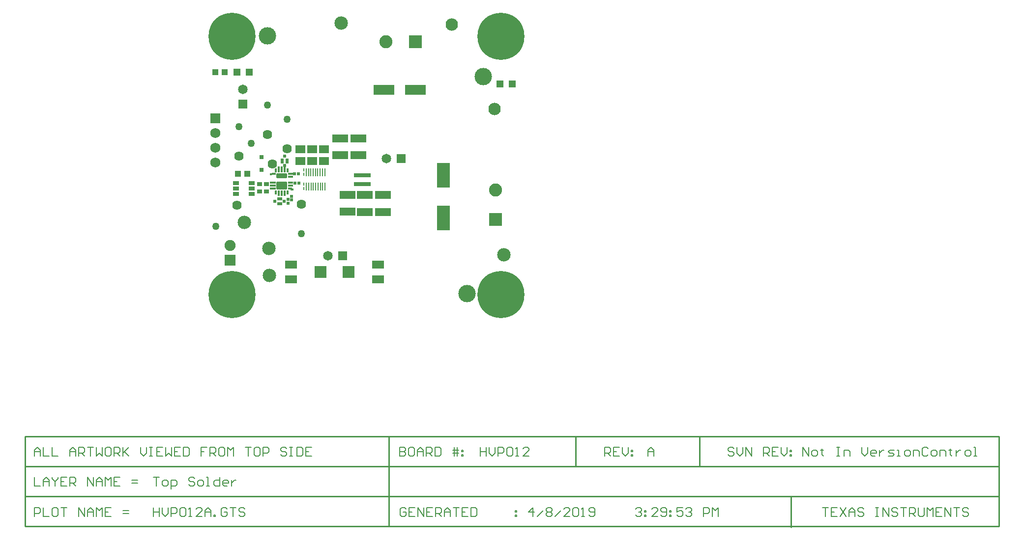
<source format=gts>
G04*
G04 #@! TF.GenerationSoftware,Altium Limited,Altium Designer,18.1.9 (240)*
G04*
G04 Layer_Color=8388736*
%FSAX25Y25*%
%MOIN*%
G70*
G01*
G75*
%ADD16C,0.01000*%
%ADD17C,0.00800*%
%ADD39R,0.01968X0.01968*%
%ADD42O,0.00709X0.05362*%
%ADD43O,0.00709X0.02205*%
%ADD51R,0.01300X0.01700*%
%ADD52R,0.01700X0.01300*%
%ADD53R,0.02000X0.01300*%
G04:AMPARAMS|DCode=54|XSize=33.47mil|YSize=70.87mil|CornerRadius=3.89mil|HoleSize=0mil|Usage=FLASHONLY|Rotation=90.000|XOffset=0mil|YOffset=0mil|HoleType=Round|Shape=RoundedRectangle|*
%AMROUNDEDRECTD54*
21,1,0.03347,0.06309,0,0,90.0*
21,1,0.02569,0.07087,0,0,90.0*
1,1,0.00778,0.03155,0.01284*
1,1,0.00778,0.03155,-0.01284*
1,1,0.00778,-0.03155,-0.01284*
1,1,0.00778,-0.03155,0.01284*
%
%ADD54ROUNDEDRECTD54*%
G04:AMPARAMS|DCode=55|XSize=51.18mil|YSize=70.87mil|CornerRadius=3.86mil|HoleSize=0mil|Usage=FLASHONLY|Rotation=90.000|XOffset=0mil|YOffset=0mil|HoleType=Round|Shape=RoundedRectangle|*
%AMROUNDEDRECTD55*
21,1,0.05118,0.06315,0,0,90.0*
21,1,0.04347,0.07087,0,0,90.0*
1,1,0.00772,0.03158,0.02173*
1,1,0.00772,0.03158,-0.02173*
1,1,0.00772,-0.03158,-0.02173*
1,1,0.00772,-0.03158,0.02173*
%
%ADD55ROUNDEDRECTD55*%
G04:AMPARAMS|DCode=56|XSize=13.78mil|YSize=27.56mil|CornerRadius=3.94mil|HoleSize=0mil|Usage=FLASHONLY|Rotation=90.000|XOffset=0mil|YOffset=0mil|HoleType=Round|Shape=RoundedRectangle|*
%AMROUNDEDRECTD56*
21,1,0.01378,0.01968,0,0,90.0*
21,1,0.00591,0.02756,0,0,90.0*
1,1,0.00787,0.00984,0.00295*
1,1,0.00787,0.00984,-0.00295*
1,1,0.00787,-0.00984,-0.00295*
1,1,0.00787,-0.00984,0.00295*
%
%ADD56ROUNDEDRECTD56*%
G04:AMPARAMS|DCode=57|XSize=13.78mil|YSize=27.56mil|CornerRadius=3.94mil|HoleSize=0mil|Usage=FLASHONLY|Rotation=0.000|XOffset=0mil|YOffset=0mil|HoleType=Round|Shape=RoundedRectangle|*
%AMROUNDEDRECTD57*
21,1,0.01378,0.01968,0,0,0.0*
21,1,0.00591,0.02756,0,0,0.0*
1,1,0.00787,0.00295,-0.00984*
1,1,0.00787,-0.00295,-0.00984*
1,1,0.00787,-0.00295,0.00984*
1,1,0.00787,0.00295,0.00984*
%
%ADD57ROUNDEDRECTD57*%
%ADD58R,0.11024X0.05512*%
%ADD59R,0.01968X0.01968*%
%ADD60R,0.03543X0.01968*%
%ADD61R,0.06694X0.05394*%
%ADD62R,0.14173X0.06693*%
%ADD63R,0.04331X0.04134*%
%ADD64R,0.01968X0.03543*%
%ADD65R,0.09055X0.16929*%
%ADD66R,0.02756X0.02756*%
%ADD67R,0.05118X0.05118*%
%ADD68C,0.11811*%
%ADD69R,0.03543X0.02756*%
%ADD70R,0.02191X0.02034*%
%ADD71R,0.11221X0.02953*%
%ADD72R,0.02034X0.02191*%
%ADD73R,0.07874X0.05512*%
%ADD74R,0.07874X0.08268*%
G04:AMPARAMS|DCode=75|XSize=27.56mil|YSize=43.31mil|CornerRadius=3.98mil|HoleSize=0mil|Usage=FLASHONLY|Rotation=90.000|XOffset=0mil|YOffset=0mil|HoleType=Round|Shape=RoundedRectangle|*
%AMROUNDEDRECTD75*
21,1,0.02756,0.03535,0,0,90.0*
21,1,0.01961,0.04331,0,0,90.0*
1,1,0.00795,0.01768,0.00980*
1,1,0.00795,0.01768,-0.00980*
1,1,0.00795,-0.01768,-0.00980*
1,1,0.00795,-0.01768,0.00980*
%
%ADD75ROUNDEDRECTD75*%
%ADD76C,0.04994*%
%ADD77C,0.06394*%
%ADD78C,0.31890*%
%ADD79R,0.07480X0.07480*%
%ADD80C,0.07480*%
%ADD81R,0.08858X0.08858*%
%ADD82C,0.08858*%
%ADD83C,0.06496*%
%ADD84R,0.06496X0.06496*%
%ADD85C,0.06890*%
%ADD86R,0.06890X0.06890*%
%ADD87R,0.08858X0.08858*%
%ADD88R,0.06496X0.06496*%
%ADD89C,0.09094*%
%ADD90C,0.08394*%
%ADD91C,0.02362*%
G54D16*
X0497200Y0080717D02*
Y0101050D01*
X0413200Y0080717D02*
Y0101050D01*
X0040000Y0080717D02*
X0700200D01*
X0040000Y0060383D02*
X0700000D01*
X0040000Y0040050D02*
X0440500D01*
X0040050Y0101050D02*
X0700200D01*
X0040050Y0040050D02*
Y0101050D01*
Y0040050D02*
X0197600D01*
X0040000D02*
Y0101050D01*
X0286500Y0040050D02*
Y0101050D01*
X0700200Y0040050D02*
Y0101050D01*
X0440500Y0040050D02*
X0700200D01*
X0559400Y0039400D02*
Y0059683D01*
G54D17*
X0126900Y0073549D02*
X0130899D01*
X0128899D01*
Y0067551D01*
X0133898D02*
X0135897D01*
X0136897Y0068550D01*
Y0070550D01*
X0135897Y0071549D01*
X0133898D01*
X0132898Y0070550D01*
Y0068550D01*
X0133898Y0067551D01*
X0138896Y0065551D02*
Y0071549D01*
X0141895D01*
X0142895Y0070550D01*
Y0068550D01*
X0141895Y0067551D01*
X0138896D01*
X0154891Y0072549D02*
X0153891Y0073549D01*
X0151892D01*
X0150892Y0072549D01*
Y0071549D01*
X0151892Y0070550D01*
X0153891D01*
X0154891Y0069550D01*
Y0068550D01*
X0153891Y0067551D01*
X0151892D01*
X0150892Y0068550D01*
X0157890Y0067551D02*
X0159889D01*
X0160889Y0068550D01*
Y0070550D01*
X0159889Y0071549D01*
X0157890D01*
X0156890Y0070550D01*
Y0068550D01*
X0157890Y0067551D01*
X0162888D02*
X0164888D01*
X0163888D01*
Y0073549D01*
X0162888D01*
X0171885D02*
Y0067551D01*
X0168886D01*
X0167887Y0068550D01*
Y0070550D01*
X0168886Y0071549D01*
X0171885D01*
X0176884Y0067551D02*
X0174884D01*
X0173885Y0068550D01*
Y0070550D01*
X0174884Y0071549D01*
X0176884D01*
X0177884Y0070550D01*
Y0069550D01*
X0173885D01*
X0179883Y0071549D02*
Y0067551D01*
Y0069550D01*
X0180883Y0070550D01*
X0181882Y0071549D01*
X0182882D01*
X0126900Y0073549D02*
X0130899D01*
X0128899D01*
Y0067551D01*
X0133898D02*
X0135897D01*
X0136897Y0068550D01*
Y0070550D01*
X0135897Y0071549D01*
X0133898D01*
X0132898Y0070550D01*
Y0068550D01*
X0133898Y0067551D01*
X0138896Y0065551D02*
Y0071549D01*
X0141895D01*
X0142895Y0070550D01*
Y0068550D01*
X0141895Y0067551D01*
X0138896D01*
X0154891Y0072549D02*
X0153891Y0073549D01*
X0151892D01*
X0150892Y0072549D01*
Y0071549D01*
X0151892Y0070550D01*
X0153891D01*
X0154891Y0069550D01*
Y0068550D01*
X0153891Y0067551D01*
X0151892D01*
X0150892Y0068550D01*
X0157890Y0067551D02*
X0159889D01*
X0160889Y0068550D01*
Y0070550D01*
X0159889Y0071549D01*
X0157890D01*
X0156890Y0070550D01*
Y0068550D01*
X0157890Y0067551D01*
X0162888D02*
X0164888D01*
X0163888D01*
Y0073549D01*
X0162888D01*
X0171885D02*
Y0067551D01*
X0168886D01*
X0167887Y0068550D01*
Y0070550D01*
X0168886Y0071549D01*
X0171885D01*
X0176884Y0067551D02*
X0174884D01*
X0173885Y0068550D01*
Y0070550D01*
X0174884Y0071549D01*
X0176884D01*
X0177884Y0070550D01*
Y0069550D01*
X0173885D01*
X0179883Y0071549D02*
Y0067551D01*
Y0069550D01*
X0180883Y0070550D01*
X0181882Y0071549D01*
X0182882D01*
X0567400Y0087833D02*
Y0093831D01*
X0571399Y0087833D01*
Y0093831D01*
X0574398Y0087833D02*
X0576397D01*
X0577397Y0088833D01*
Y0090832D01*
X0576397Y0091832D01*
X0574398D01*
X0573398Y0090832D01*
Y0088833D01*
X0574398Y0087833D01*
X0580396Y0092832D02*
Y0091832D01*
X0579396D01*
X0581395D01*
X0580396D01*
Y0088833D01*
X0581395Y0087833D01*
X0590393Y0093831D02*
X0592392D01*
X0591392D01*
Y0087833D01*
X0590393D01*
X0592392D01*
X0595391D02*
Y0091832D01*
X0598390D01*
X0599390Y0090832D01*
Y0087833D01*
X0607387Y0093831D02*
Y0089833D01*
X0609386Y0087833D01*
X0611386Y0089833D01*
Y0093831D01*
X0616384Y0087833D02*
X0614385D01*
X0613385Y0088833D01*
Y0090832D01*
X0614385Y0091832D01*
X0616384D01*
X0617384Y0090832D01*
Y0089833D01*
X0613385D01*
X0619383Y0091832D02*
Y0087833D01*
Y0089833D01*
X0620383Y0090832D01*
X0621383Y0091832D01*
X0622382D01*
X0625381Y0087833D02*
X0628380D01*
X0629380Y0088833D01*
X0628380Y0089833D01*
X0626381D01*
X0625381Y0090832D01*
X0626381Y0091832D01*
X0629380D01*
X0631379Y0087833D02*
X0633379D01*
X0632379D01*
Y0091832D01*
X0631379D01*
X0637377Y0087833D02*
X0639377D01*
X0640376Y0088833D01*
Y0090832D01*
X0639377Y0091832D01*
X0637377D01*
X0636378Y0090832D01*
Y0088833D01*
X0637377Y0087833D01*
X0642376D02*
Y0091832D01*
X0645375D01*
X0646374Y0090832D01*
Y0087833D01*
X0652373Y0092832D02*
X0651373Y0093831D01*
X0649373D01*
X0648374Y0092832D01*
Y0088833D01*
X0649373Y0087833D01*
X0651373D01*
X0652373Y0088833D01*
X0655372Y0087833D02*
X0657371D01*
X0658371Y0088833D01*
Y0090832D01*
X0657371Y0091832D01*
X0655372D01*
X0654372Y0090832D01*
Y0088833D01*
X0655372Y0087833D01*
X0660370D02*
Y0091832D01*
X0663369D01*
X0664369Y0090832D01*
Y0087833D01*
X0667368Y0092832D02*
Y0091832D01*
X0666368D01*
X0668367D01*
X0667368D01*
Y0088833D01*
X0668367Y0087833D01*
X0671366Y0091832D02*
Y0087833D01*
Y0089833D01*
X0672366Y0090832D01*
X0673366Y0091832D01*
X0674365D01*
X0678364Y0087833D02*
X0680364D01*
X0681363Y0088833D01*
Y0090832D01*
X0680364Y0091832D01*
X0678364D01*
X0677364Y0090832D01*
Y0088833D01*
X0678364Y0087833D01*
X0683362D02*
X0685362D01*
X0684362D01*
Y0093831D01*
X0683362D01*
X0520799Y0092832D02*
X0519799Y0093831D01*
X0517800D01*
X0516800Y0092832D01*
Y0091832D01*
X0517800Y0090832D01*
X0519799D01*
X0520799Y0089833D01*
Y0088833D01*
X0519799Y0087833D01*
X0517800D01*
X0516800Y0088833D01*
X0522798Y0093831D02*
Y0089833D01*
X0524797Y0087833D01*
X0526797Y0089833D01*
Y0093831D01*
X0528796Y0087833D02*
Y0093831D01*
X0532795Y0087833D01*
Y0093831D01*
X0540792Y0087833D02*
Y0093831D01*
X0543791D01*
X0544791Y0092832D01*
Y0090832D01*
X0543791Y0089833D01*
X0540792D01*
X0542792D02*
X0544791Y0087833D01*
X0550789Y0093831D02*
X0546790D01*
Y0087833D01*
X0550789D01*
X0546790Y0090832D02*
X0548790D01*
X0552788Y0093831D02*
Y0089833D01*
X0554788Y0087833D01*
X0556787Y0089833D01*
Y0093831D01*
X0558786Y0091832D02*
X0559786D01*
Y0090832D01*
X0558786D01*
Y0091832D01*
Y0088833D02*
X0559786D01*
Y0087833D01*
X0558786D01*
Y0088833D01*
X0433000Y0087833D02*
Y0093831D01*
X0435999D01*
X0436999Y0092832D01*
Y0090832D01*
X0435999Y0089833D01*
X0433000D01*
X0434999D02*
X0436999Y0087833D01*
X0442997Y0093831D02*
X0438998D01*
Y0087833D01*
X0442997D01*
X0438998Y0090832D02*
X0440997D01*
X0444996Y0093831D02*
Y0089833D01*
X0446995Y0087833D01*
X0448995Y0089833D01*
Y0093831D01*
X0450994Y0091832D02*
X0451994D01*
Y0090832D01*
X0450994D01*
Y0091832D01*
Y0088833D02*
X0451994D01*
Y0087833D01*
X0450994D01*
Y0088833D01*
X0126900Y0052965D02*
Y0046966D01*
Y0049966D01*
X0130899D01*
Y0052965D01*
Y0046966D01*
X0132898Y0052965D02*
Y0048966D01*
X0134897Y0046966D01*
X0136897Y0048966D01*
Y0052965D01*
X0138896Y0046966D02*
Y0052965D01*
X0141895D01*
X0142895Y0051965D01*
Y0049966D01*
X0141895Y0048966D01*
X0138896D01*
X0144894Y0051965D02*
X0145894Y0052965D01*
X0147893D01*
X0148893Y0051965D01*
Y0047966D01*
X0147893Y0046966D01*
X0145894D01*
X0144894Y0047966D01*
Y0051965D01*
X0150892Y0046966D02*
X0152892D01*
X0151892D01*
Y0052965D01*
X0150892Y0051965D01*
X0159889Y0046966D02*
X0155891D01*
X0159889Y0050965D01*
Y0051965D01*
X0158890Y0052965D01*
X0156890D01*
X0155891Y0051965D01*
X0161889Y0046966D02*
Y0050965D01*
X0163888Y0052965D01*
X0165887Y0050965D01*
Y0046966D01*
Y0049966D01*
X0161889D01*
X0167887Y0046966D02*
Y0047966D01*
X0168886D01*
Y0046966D01*
X0167887D01*
X0176884Y0051965D02*
X0175884Y0052965D01*
X0173885D01*
X0172885Y0051965D01*
Y0047966D01*
X0173885Y0046966D01*
X0175884D01*
X0176884Y0047966D01*
Y0049966D01*
X0174884D01*
X0178883Y0052965D02*
X0182882D01*
X0180883D01*
Y0046966D01*
X0188880Y0051965D02*
X0187880Y0052965D01*
X0185881D01*
X0184881Y0051965D01*
Y0050965D01*
X0185881Y0049966D01*
X0187880D01*
X0188880Y0048966D01*
Y0047966D01*
X0187880Y0046966D01*
X0185881D01*
X0184881Y0047966D01*
X0384149Y0046966D02*
Y0052965D01*
X0381150Y0049966D01*
X0385149D01*
X0387148Y0046966D02*
X0391147Y0050965D01*
X0393146Y0051965D02*
X0394146Y0052965D01*
X0396145D01*
X0397145Y0051965D01*
Y0050965D01*
X0396145Y0049966D01*
X0397145Y0048966D01*
Y0047966D01*
X0396145Y0046966D01*
X0394146D01*
X0393146Y0047966D01*
Y0048966D01*
X0394146Y0049966D01*
X0393146Y0050965D01*
Y0051965D01*
X0394146Y0049966D02*
X0396145D01*
X0399144Y0046966D02*
X0403143Y0050965D01*
X0409141Y0046966D02*
X0405142D01*
X0409141Y0050965D01*
Y0051965D01*
X0408141Y0052965D01*
X0406142D01*
X0405142Y0051965D01*
X0411140D02*
X0412140Y0052965D01*
X0414139D01*
X0415139Y0051965D01*
Y0047966D01*
X0414139Y0046966D01*
X0412140D01*
X0411140Y0047966D01*
Y0051965D01*
X0417138Y0046966D02*
X0419138D01*
X0418138D01*
Y0052965D01*
X0417138Y0051965D01*
X0422137Y0047966D02*
X0423136Y0046966D01*
X0425136D01*
X0426135Y0047966D01*
Y0051965D01*
X0425136Y0052965D01*
X0423136D01*
X0422137Y0051965D01*
Y0050965D01*
X0423136Y0049966D01*
X0426135D01*
X0298199Y0051965D02*
X0297199Y0052965D01*
X0295200D01*
X0294200Y0051965D01*
Y0047966D01*
X0295200Y0046966D01*
X0297199D01*
X0298199Y0047966D01*
Y0049966D01*
X0296199D01*
X0304197Y0052965D02*
X0300198D01*
Y0046966D01*
X0304197D01*
X0300198Y0049966D02*
X0302197D01*
X0306196Y0046966D02*
Y0052965D01*
X0310195Y0046966D01*
Y0052965D01*
X0316193D02*
X0312194D01*
Y0046966D01*
X0316193D01*
X0312194Y0049966D02*
X0314194D01*
X0318192Y0046966D02*
Y0052965D01*
X0321191D01*
X0322191Y0051965D01*
Y0049966D01*
X0321191Y0048966D01*
X0318192D01*
X0320192D02*
X0322191Y0046966D01*
X0324190D02*
Y0050965D01*
X0326190Y0052965D01*
X0328189Y0050965D01*
Y0046966D01*
Y0049966D01*
X0324190D01*
X0330188Y0052965D02*
X0334187D01*
X0332188D01*
Y0046966D01*
X0340185Y0052965D02*
X0336186D01*
Y0046966D01*
X0340185D01*
X0336186Y0049966D02*
X0338186D01*
X0342184Y0052965D02*
Y0046966D01*
X0345183D01*
X0346183Y0047966D01*
Y0051965D01*
X0345183Y0052965D01*
X0342184D01*
X0372175Y0050965D02*
X0373175D01*
Y0049966D01*
X0372175D01*
Y0050965D01*
Y0047966D02*
X0373175D01*
Y0046966D01*
X0372175D01*
Y0047966D01*
X0046350Y0087833D02*
Y0091832D01*
X0048349Y0093831D01*
X0050349Y0091832D01*
Y0087833D01*
Y0090832D01*
X0046350D01*
X0052348Y0093831D02*
Y0087833D01*
X0056347D01*
X0058346Y0093831D02*
Y0087833D01*
X0062345D01*
X0070342D02*
Y0091832D01*
X0072342Y0093831D01*
X0074341Y0091832D01*
Y0087833D01*
Y0090832D01*
X0070342D01*
X0076340Y0087833D02*
Y0093831D01*
X0079339D01*
X0080339Y0092832D01*
Y0090832D01*
X0079339Y0089833D01*
X0076340D01*
X0078340D02*
X0080339Y0087833D01*
X0082338Y0093831D02*
X0086337D01*
X0084338D01*
Y0087833D01*
X0088336Y0093831D02*
Y0087833D01*
X0090336Y0089833D01*
X0092335Y0087833D01*
Y0093831D01*
X0097334D02*
X0095334D01*
X0094335Y0092832D01*
Y0088833D01*
X0095334Y0087833D01*
X0097334D01*
X0098333Y0088833D01*
Y0092832D01*
X0097334Y0093831D01*
X0100332Y0087833D02*
Y0093831D01*
X0103332D01*
X0104331Y0092832D01*
Y0090832D01*
X0103332Y0089833D01*
X0100332D01*
X0102332D02*
X0104331Y0087833D01*
X0106331Y0093831D02*
Y0087833D01*
Y0089833D01*
X0110329Y0093831D01*
X0107330Y0090832D01*
X0110329Y0087833D01*
X0118327Y0093831D02*
Y0089833D01*
X0120326Y0087833D01*
X0122325Y0089833D01*
Y0093831D01*
X0124325D02*
X0126324D01*
X0125324D01*
Y0087833D01*
X0124325D01*
X0126324D01*
X0133322Y0093831D02*
X0129323D01*
Y0087833D01*
X0133322D01*
X0129323Y0090832D02*
X0131323D01*
X0135321Y0093831D02*
Y0087833D01*
X0137321Y0089833D01*
X0139320Y0087833D01*
Y0093831D01*
X0145318D02*
X0141319D01*
Y0087833D01*
X0145318D01*
X0141319Y0090832D02*
X0143319D01*
X0147317Y0093831D02*
Y0087833D01*
X0150316D01*
X0151316Y0088833D01*
Y0092832D01*
X0150316Y0093831D01*
X0147317D01*
X0163312D02*
X0159313D01*
Y0090832D01*
X0161313D01*
X0159313D01*
Y0087833D01*
X0165312D02*
Y0093831D01*
X0168310D01*
X0169310Y0092832D01*
Y0090832D01*
X0168310Y0089833D01*
X0165312D01*
X0167311D02*
X0169310Y0087833D01*
X0174309Y0093831D02*
X0172309D01*
X0171310Y0092832D01*
Y0088833D01*
X0172309Y0087833D01*
X0174309D01*
X0175308Y0088833D01*
Y0092832D01*
X0174309Y0093831D01*
X0177308Y0087833D02*
Y0093831D01*
X0179307Y0091832D01*
X0181306Y0093831D01*
Y0087833D01*
X0189304Y0093831D02*
X0193303D01*
X0191303D01*
Y0087833D01*
X0198301Y0093831D02*
X0196301D01*
X0195302Y0092832D01*
Y0088833D01*
X0196301Y0087833D01*
X0198301D01*
X0199301Y0088833D01*
Y0092832D01*
X0198301Y0093831D01*
X0201300Y0087833D02*
Y0093831D01*
X0204299D01*
X0205299Y0092832D01*
Y0090832D01*
X0204299Y0089833D01*
X0201300D01*
X0217295Y0092832D02*
X0216295Y0093831D01*
X0214296D01*
X0213296Y0092832D01*
Y0091832D01*
X0214296Y0090832D01*
X0216295D01*
X0217295Y0089833D01*
Y0088833D01*
X0216295Y0087833D01*
X0214296D01*
X0213296Y0088833D01*
X0219294Y0093831D02*
X0221293D01*
X0220294D01*
Y0087833D01*
X0219294D01*
X0221293D01*
X0224292Y0093831D02*
Y0087833D01*
X0227291D01*
X0228291Y0088833D01*
Y0092832D01*
X0227291Y0093831D01*
X0224292D01*
X0234289D02*
X0230291D01*
Y0087833D01*
X0234289D01*
X0230291Y0090832D02*
X0232290D01*
X0462150Y0087833D02*
Y0091832D01*
X0464149Y0093831D01*
X0466149Y0091832D01*
Y0087833D01*
Y0090832D01*
X0462150D01*
X0348550Y0093831D02*
Y0087833D01*
Y0090832D01*
X0352549D01*
Y0093831D01*
Y0087833D01*
X0354548Y0093831D02*
Y0089833D01*
X0356547Y0087833D01*
X0358547Y0089833D01*
Y0093831D01*
X0360546Y0087833D02*
Y0093831D01*
X0363545D01*
X0364545Y0092832D01*
Y0090832D01*
X0363545Y0089833D01*
X0360546D01*
X0366544Y0092832D02*
X0367544Y0093831D01*
X0369543D01*
X0370543Y0092832D01*
Y0088833D01*
X0369543Y0087833D01*
X0367544D01*
X0366544Y0088833D01*
Y0092832D01*
X0372542Y0087833D02*
X0374542D01*
X0373542D01*
Y0093831D01*
X0372542Y0092832D01*
X0381539Y0087833D02*
X0377541D01*
X0381539Y0091832D01*
Y0092832D01*
X0380540Y0093831D01*
X0378540D01*
X0377541Y0092832D01*
X0294000Y0093831D02*
Y0087833D01*
X0296999D01*
X0297999Y0088833D01*
Y0089833D01*
X0296999Y0090832D01*
X0294000D01*
X0296999D01*
X0297999Y0091832D01*
Y0092832D01*
X0296999Y0093831D01*
X0294000D01*
X0302997D02*
X0300998D01*
X0299998Y0092832D01*
Y0088833D01*
X0300998Y0087833D01*
X0302997D01*
X0303997Y0088833D01*
Y0092832D01*
X0302997Y0093831D01*
X0305996Y0087833D02*
Y0091832D01*
X0307996Y0093831D01*
X0309995Y0091832D01*
Y0087833D01*
Y0090832D01*
X0305996D01*
X0311994Y0087833D02*
Y0093831D01*
X0314993D01*
X0315993Y0092832D01*
Y0090832D01*
X0314993Y0089833D01*
X0311994D01*
X0313994D02*
X0315993Y0087833D01*
X0317992Y0093831D02*
Y0087833D01*
X0320991D01*
X0321991Y0088833D01*
Y0092832D01*
X0320991Y0093831D01*
X0317992D01*
X0330988Y0087833D02*
Y0093831D01*
X0332987D02*
Y0087833D01*
X0329988Y0091832D02*
X0332987D01*
X0333987D01*
X0329988Y0089833D02*
X0333987D01*
X0335986Y0091832D02*
X0336986D01*
Y0090832D01*
X0335986D01*
Y0091832D01*
Y0088833D02*
X0336986D01*
Y0087833D01*
X0335986D01*
Y0088833D01*
X0046350Y0073549D02*
Y0067551D01*
X0050349D01*
X0052348D02*
Y0071549D01*
X0054347Y0073549D01*
X0056347Y0071549D01*
Y0067551D01*
Y0070550D01*
X0052348D01*
X0058346Y0073549D02*
Y0072549D01*
X0060346Y0070550D01*
X0062345Y0072549D01*
Y0073549D01*
X0060346Y0070550D02*
Y0067551D01*
X0068343Y0073549D02*
X0064344D01*
Y0067551D01*
X0068343D01*
X0064344Y0070550D02*
X0066343D01*
X0070342Y0067551D02*
Y0073549D01*
X0073341D01*
X0074341Y0072549D01*
Y0070550D01*
X0073341Y0069550D01*
X0070342D01*
X0072342D02*
X0074341Y0067551D01*
X0082338D02*
Y0073549D01*
X0086337Y0067551D01*
Y0073549D01*
X0088336Y0067551D02*
Y0071549D01*
X0090336Y0073549D01*
X0092335Y0071549D01*
Y0067551D01*
Y0070550D01*
X0088336D01*
X0094335Y0067551D02*
Y0073549D01*
X0096334Y0071549D01*
X0098333Y0073549D01*
Y0067551D01*
X0104331Y0073549D02*
X0100332D01*
Y0067551D01*
X0104331D01*
X0100332Y0070550D02*
X0102332D01*
X0112329Y0069550D02*
X0116327D01*
X0112329Y0071549D02*
X0116327D01*
X0046350Y0046966D02*
Y0052965D01*
X0049349D01*
X0050349Y0051965D01*
Y0049966D01*
X0049349Y0048966D01*
X0046350D01*
X0052348Y0052965D02*
Y0046966D01*
X0056347D01*
X0061345Y0052965D02*
X0059346D01*
X0058346Y0051965D01*
Y0047966D01*
X0059346Y0046966D01*
X0061345D01*
X0062345Y0047966D01*
Y0051965D01*
X0061345Y0052965D01*
X0064344D02*
X0068343D01*
X0066343D01*
Y0046966D01*
X0076340D02*
Y0052965D01*
X0080339Y0046966D01*
Y0052965D01*
X0082338Y0046966D02*
Y0050965D01*
X0084338Y0052965D01*
X0086337Y0050965D01*
Y0046966D01*
Y0049966D01*
X0082338D01*
X0088336Y0046966D02*
Y0052965D01*
X0090336Y0050965D01*
X0092335Y0052965D01*
Y0046966D01*
X0098333Y0052965D02*
X0094335D01*
Y0046966D01*
X0098333D01*
X0094335Y0049966D02*
X0096334D01*
X0106331Y0048966D02*
X0110329D01*
X0106331Y0050965D02*
X0110329D01*
X0454050Y0051965D02*
X0455050Y0052965D01*
X0457049D01*
X0458049Y0051965D01*
Y0050965D01*
X0457049Y0049966D01*
X0456049D01*
X0457049D01*
X0458049Y0048966D01*
Y0047966D01*
X0457049Y0046966D01*
X0455050D01*
X0454050Y0047966D01*
X0460048Y0050965D02*
X0461048D01*
Y0049966D01*
X0460048D01*
Y0050965D01*
Y0047966D02*
X0461048D01*
Y0046966D01*
X0460048D01*
Y0047966D01*
X0469045Y0046966D02*
X0465046D01*
X0469045Y0050965D01*
Y0051965D01*
X0468046Y0052965D01*
X0466046D01*
X0465046Y0051965D01*
X0471044Y0047966D02*
X0472044Y0046966D01*
X0474044D01*
X0475043Y0047966D01*
Y0051965D01*
X0474044Y0052965D01*
X0472044D01*
X0471044Y0051965D01*
Y0050965D01*
X0472044Y0049966D01*
X0475043D01*
X0477043Y0050965D02*
X0478042D01*
Y0049966D01*
X0477043D01*
Y0050965D01*
Y0047966D02*
X0478042D01*
Y0046966D01*
X0477043D01*
Y0047966D01*
X0486040Y0052965D02*
X0482041D01*
Y0049966D01*
X0484040Y0050965D01*
X0485040D01*
X0486040Y0049966D01*
Y0047966D01*
X0485040Y0046966D01*
X0483041D01*
X0482041Y0047966D01*
X0488039Y0051965D02*
X0489039Y0052965D01*
X0491038D01*
X0492038Y0051965D01*
Y0050965D01*
X0491038Y0049966D01*
X0490038D01*
X0491038D01*
X0492038Y0048966D01*
Y0047966D01*
X0491038Y0046966D01*
X0489039D01*
X0488039Y0047966D01*
X0500035Y0046966D02*
Y0052965D01*
X0503034D01*
X0504034Y0051965D01*
Y0049966D01*
X0503034Y0048966D01*
X0500035D01*
X0506033Y0046966D02*
Y0052965D01*
X0508033Y0050965D01*
X0510032Y0052965D01*
Y0046966D01*
X0580500Y0052965D02*
X0584499D01*
X0582499D01*
Y0046966D01*
X0590497Y0052965D02*
X0586498D01*
Y0046966D01*
X0590497D01*
X0586498Y0049966D02*
X0588497D01*
X0592496Y0052965D02*
X0596495Y0046966D01*
Y0052965D02*
X0592496Y0046966D01*
X0598494D02*
Y0050965D01*
X0600493Y0052965D01*
X0602493Y0050965D01*
Y0046966D01*
Y0049966D01*
X0598494D01*
X0608491Y0051965D02*
X0607491Y0052965D01*
X0605492D01*
X0604492Y0051965D01*
Y0050965D01*
X0605492Y0049966D01*
X0607491D01*
X0608491Y0048966D01*
Y0047966D01*
X0607491Y0046966D01*
X0605492D01*
X0604492Y0047966D01*
X0616488Y0052965D02*
X0618488D01*
X0617488D01*
Y0046966D01*
X0616488D01*
X0618488D01*
X0621487D02*
Y0052965D01*
X0625486Y0046966D01*
Y0052965D01*
X0631484Y0051965D02*
X0630484Y0052965D01*
X0628484D01*
X0627485Y0051965D01*
Y0050965D01*
X0628484Y0049966D01*
X0630484D01*
X0631484Y0048966D01*
Y0047966D01*
X0630484Y0046966D01*
X0628484D01*
X0627485Y0047966D01*
X0633483Y0052965D02*
X0637482D01*
X0635482D01*
Y0046966D01*
X0639481D02*
Y0052965D01*
X0642480D01*
X0643480Y0051965D01*
Y0049966D01*
X0642480Y0048966D01*
X0639481D01*
X0641480D02*
X0643480Y0046966D01*
X0645479Y0052965D02*
Y0047966D01*
X0646479Y0046966D01*
X0648478D01*
X0649478Y0047966D01*
Y0052965D01*
X0651477Y0046966D02*
Y0052965D01*
X0653476Y0050965D01*
X0655476Y0052965D01*
Y0046966D01*
X0661474Y0052965D02*
X0657475D01*
Y0046966D01*
X0661474D01*
X0657475Y0049966D02*
X0659474D01*
X0663473Y0046966D02*
Y0052965D01*
X0667472Y0046966D01*
Y0052965D01*
X0669471D02*
X0673470D01*
X0671471D01*
Y0046966D01*
X0679468Y0051965D02*
X0678468Y0052965D01*
X0676469D01*
X0675469Y0051965D01*
Y0050965D01*
X0676469Y0049966D01*
X0678468D01*
X0679468Y0048966D01*
Y0047966D01*
X0678468Y0046966D01*
X0676469D01*
X0675469Y0047966D01*
G54D39*
X0216000Y0285050D02*
D03*
Y0291350D02*
D03*
G54D42*
X0243187Y0280600D02*
D03*
X0241612Y0280600D02*
D03*
X0240037Y0280600D02*
D03*
X0238462D02*
D03*
X0236887D02*
D03*
X0235313D02*
D03*
X0233738D02*
D03*
X0232163D02*
D03*
X0230588Y0280600D02*
D03*
X0243287Y0270900D02*
D03*
X0241712Y0270900D02*
D03*
X0240137Y0270900D02*
D03*
X0238562D02*
D03*
X0236987D02*
D03*
X0235413D02*
D03*
X0233838D02*
D03*
X0232263D02*
D03*
X0230688Y0270900D02*
D03*
G54D43*
X0229013Y0279021D02*
D03*
X0229013Y0282179D02*
D03*
X0229113Y0269321D02*
D03*
X0229113Y0272479D02*
D03*
G54D51*
X0212050Y0283850D02*
D03*
X0214050Y0283750D02*
D03*
X0215950Y0283950D02*
D03*
X0215950Y0265250D02*
D03*
X0213950D02*
D03*
X0211982D02*
D03*
G54D52*
X0221250Y0279350D02*
D03*
X0220850Y0277350D02*
D03*
X0221050Y0273450D02*
D03*
Y0271450D02*
D03*
X0206750Y0269471D02*
D03*
Y0271439D02*
D03*
Y0273450D02*
D03*
X0206550Y0279271D02*
D03*
G54D53*
X0221100Y0268950D02*
D03*
G54D54*
X0214000Y0278239D02*
D03*
G54D55*
X0214000Y0271447D02*
D03*
G54D56*
X0208488Y0279321D02*
D03*
Y0271447D02*
D03*
Y0269479D02*
D03*
Y0273416D02*
D03*
X0219512D02*
D03*
Y0269479D02*
D03*
Y0271447D02*
D03*
Y0277353D02*
D03*
Y0279321D02*
D03*
G54D57*
X0214000Y0281880D02*
D03*
X0212032D02*
D03*
X0210063D02*
D03*
X0215968D02*
D03*
X0217937D02*
D03*
Y0266920D02*
D03*
X0215968D02*
D03*
X0210063D02*
D03*
X0212032D02*
D03*
X0214000D02*
D03*
G54D58*
X0270300Y0265009D02*
D03*
Y0253591D02*
D03*
X0258600Y0265109D02*
D03*
Y0253691D02*
D03*
X0265900Y0303609D02*
D03*
Y0292191D02*
D03*
X0253600Y0303509D02*
D03*
Y0292091D02*
D03*
X0282500Y0253591D02*
D03*
Y0265009D02*
D03*
G54D59*
X0209450Y0260800D02*
D03*
X0215750D02*
D03*
G54D60*
X0212600Y0262375D02*
D03*
Y0259225D02*
D03*
G54D61*
X0234500Y0288100D02*
D03*
Y0296100D02*
D03*
X0242600Y0288200D02*
D03*
Y0296200D02*
D03*
X0226600Y0288000D02*
D03*
Y0296000D02*
D03*
G54D62*
X0304581Y0336351D02*
D03*
X0283322D02*
D03*
G54D63*
X0184350Y0279500D02*
D03*
X0190650D02*
D03*
X0175250Y0348600D02*
D03*
X0168950D02*
D03*
G54D64*
X0214425Y0288200D02*
D03*
X0217575D02*
D03*
G54D65*
X0323549Y0278322D02*
D03*
Y0249581D02*
D03*
G54D66*
X0200200Y0282069D02*
D03*
Y0290731D02*
D03*
G54D67*
X0191834Y0348400D02*
D03*
X0183566D02*
D03*
X0370234Y0340600D02*
D03*
X0361966D02*
D03*
G54D68*
X0339700Y0198000D02*
D03*
X0350600Y0345400D02*
D03*
X0204300Y0373000D02*
D03*
G54D69*
X0198838Y0272600D02*
D03*
X0203562D02*
D03*
X0198838Y0267500D02*
D03*
X0203562D02*
D03*
G54D70*
X0222601Y0279600D02*
D03*
X0225199D02*
D03*
X0222901Y0273100D02*
D03*
X0225499D02*
D03*
G54D71*
X0268500Y0272349D02*
D03*
Y0278451D02*
D03*
G54D72*
X0218200Y0259501D02*
D03*
Y0262099D02*
D03*
X0220800Y0261701D02*
D03*
Y0264299D02*
D03*
G54D73*
X0220161Y0217821D02*
D03*
Y0207979D02*
D03*
X0279239D02*
D03*
Y0217821D02*
D03*
G54D74*
X0240239Y0212900D02*
D03*
X0259161D02*
D03*
G54D75*
X0182887Y0273140D02*
D03*
Y0269400D02*
D03*
Y0265660D02*
D03*
X0193713D02*
D03*
Y0269400D02*
D03*
Y0273140D02*
D03*
G54D76*
X0169358Y0243858D02*
D03*
X0204300Y0326100D02*
D03*
X0217500Y0316500D02*
D03*
X0185100Y0311400D02*
D03*
X0227400Y0238700D02*
D03*
X0193458Y0300242D02*
D03*
G54D77*
X0183500Y0258000D02*
D03*
X0204300Y0306100D02*
D03*
X0217500Y0296500D02*
D03*
X0185100Y0291400D02*
D03*
X0227400Y0258700D02*
D03*
X0207600Y0286100D02*
D03*
G54D78*
X0180200Y0372900D02*
D03*
Y0197400D02*
D03*
X0362700D02*
D03*
Y0372900D02*
D03*
G54D79*
X0179000Y0220800D02*
D03*
G54D80*
Y0230800D02*
D03*
G54D81*
X0304800Y0369000D02*
D03*
G54D82*
X0284800D02*
D03*
X0359000Y0268400D02*
D03*
G54D83*
X0187700Y0336900D02*
D03*
X0245200Y0223900D02*
D03*
X0285100Y0289700D02*
D03*
G54D84*
X0187700Y0326900D02*
D03*
G54D85*
X0169000Y0287000D02*
D03*
Y0297000D02*
D03*
Y0307000D02*
D03*
G54D86*
Y0317000D02*
D03*
G54D87*
X0359000Y0248400D02*
D03*
G54D88*
X0255200Y0223900D02*
D03*
X0295100Y0289700D02*
D03*
G54D89*
X0205200Y0228900D02*
D03*
X0188800Y0246500D02*
D03*
X0205600Y0210400D02*
D03*
X0254300Y0381700D02*
D03*
X0364700Y0224400D02*
D03*
G54D90*
X0329400Y0380700D02*
D03*
X0358400Y0323500D02*
D03*
G54D91*
X0211638Y0271447D02*
D03*
X0216362D02*
D03*
X0211638Y0278239D02*
D03*
X0216362D02*
D03*
M02*

</source>
